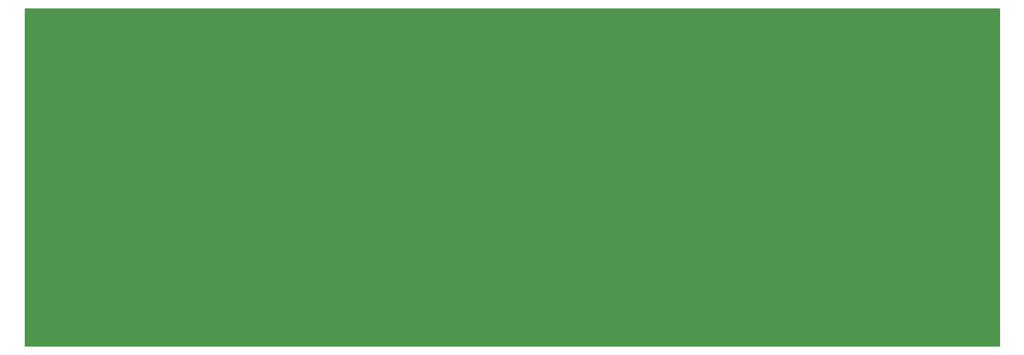
<source format=gm1>
%TF.GenerationSoftware,KiCad,Pcbnew,(5.1.9)-1*%
%TF.CreationDate,2021-05-17T17:45:37-07:00*%
%TF.ProjectId,Senior Project,53656e69-6f72-4205-9072-6f6a6563742e,rev?*%
%TF.SameCoordinates,Original*%
%TF.FileFunction,Profile,NP*%
%FSLAX46Y46*%
G04 Gerber Fmt 4.6, Leading zero omitted, Abs format (unit mm)*
G04 Created by KiCad (PCBNEW (5.1.9)-1) date 2021-05-17 17:45:37*
%MOMM*%
%LPD*%
G01*
G04 APERTURE LIST*
%ADD10C,0.254000*%
%ADD11C,0.100000*%
G04 APERTURE END LIST*
D10*
X241173000Y-139573000D02*
X54737000Y-139573000D01*
X54737000Y-75057000D01*
X241173000Y-75057000D01*
X241173000Y-139573000D01*
D11*
G36*
X241173000Y-139573000D02*
G01*
X54737000Y-139573000D01*
X54737000Y-75057000D01*
X241173000Y-75057000D01*
X241173000Y-139573000D01*
G37*
M02*

</source>
